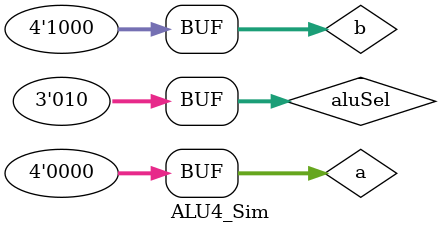
<source format=sv>
`timescale 1ns / 1ps
module ALU4_Sim(  );
    logic [2:0] aluSel;
    logic [3:0] a, b, y;
    logic nf, zf, cf, ovf;
    
    ALU4 A4(aluSel, a, b, nf, zf, cf, ovf, y); //ÊµÀý»¯
    
    initial
    begin
        #0  aluSel = 3'b001;   // a + b
            #0  a = 4'b0001;  b = 4'b0010;   //1+2=3
            #10 a = 4'b0001;  b = 4'b0111;   //1+7=8 Òç³ö

        #10 aluSel = 3'b010;   // a - b
            #0  a = 4'b0011;  b = 4'b0001;   //3-1=2
            #10 a = 4'b0001;  b = 4'b0011;   //1-3=-2        
            #10 a = 4'b1111;  b = 4'b0001;   //-1-1=-2
            #10 a = 4'b0000;  b = 4'b1000;   //0-(-8)=8 Òç³ö                   
    end
endmodule
</source>
